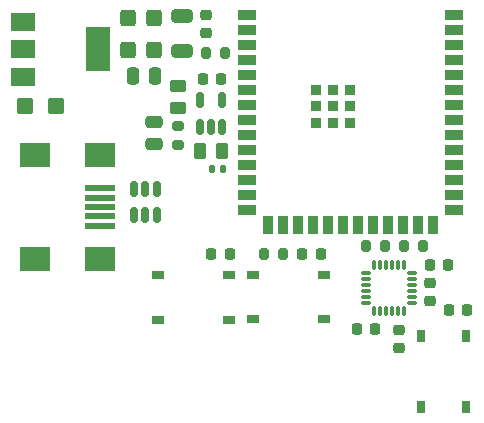
<source format=gbr>
%TF.GenerationSoftware,KiCad,Pcbnew,7.0.9*%
%TF.CreationDate,2023-12-19T02:47:06+01:00*%
%TF.ProjectId,biosensorbox,62696f73-656e-4736-9f72-626f782e6b69,rev?*%
%TF.SameCoordinates,Original*%
%TF.FileFunction,Paste,Top*%
%TF.FilePolarity,Positive*%
%FSLAX46Y46*%
G04 Gerber Fmt 4.6, Leading zero omitted, Abs format (unit mm)*
G04 Created by KiCad (PCBNEW 7.0.9) date 2023-12-19 02:47:06*
%MOMM*%
%LPD*%
G01*
G04 APERTURE LIST*
G04 Aperture macros list*
%AMRoundRect*
0 Rectangle with rounded corners*
0 $1 Rounding radius*
0 $2 $3 $4 $5 $6 $7 $8 $9 X,Y pos of 4 corners*
0 Add a 4 corners polygon primitive as box body*
4,1,4,$2,$3,$4,$5,$6,$7,$8,$9,$2,$3,0*
0 Add four circle primitives for the rounded corners*
1,1,$1+$1,$2,$3*
1,1,$1+$1,$4,$5*
1,1,$1+$1,$6,$7*
1,1,$1+$1,$8,$9*
0 Add four rect primitives between the rounded corners*
20,1,$1+$1,$2,$3,$4,$5,0*
20,1,$1+$1,$4,$5,$6,$7,0*
20,1,$1+$1,$6,$7,$8,$9,0*
20,1,$1+$1,$8,$9,$2,$3,0*%
G04 Aperture macros list end*
%ADD10RoundRect,0.225000X-0.250000X0.225000X-0.250000X-0.225000X0.250000X-0.225000X0.250000X0.225000X0*%
%ADD11RoundRect,0.140000X-0.140000X-0.170000X0.140000X-0.170000X0.140000X0.170000X-0.140000X0.170000X0*%
%ADD12RoundRect,0.225000X-0.225000X-0.250000X0.225000X-0.250000X0.225000X0.250000X-0.225000X0.250000X0*%
%ADD13RoundRect,0.200000X0.200000X0.275000X-0.200000X0.275000X-0.200000X-0.275000X0.200000X-0.275000X0*%
%ADD14RoundRect,0.250000X-0.650000X0.325000X-0.650000X-0.325000X0.650000X-0.325000X0.650000X0.325000X0*%
%ADD15RoundRect,0.200000X-0.200000X-0.275000X0.200000X-0.275000X0.200000X0.275000X-0.200000X0.275000X0*%
%ADD16RoundRect,0.250000X-0.475000X0.250000X-0.475000X-0.250000X0.475000X-0.250000X0.475000X0.250000X0*%
%ADD17RoundRect,0.150000X0.150000X-0.512500X0.150000X0.512500X-0.150000X0.512500X-0.150000X-0.512500X0*%
%ADD18R,2.000000X1.500000*%
%ADD19R,2.000000X3.800000*%
%ADD20R,2.500000X0.500000*%
%ADD21R,2.500000X2.000000*%
%ADD22RoundRect,0.250000X-0.450000X0.262500X-0.450000X-0.262500X0.450000X-0.262500X0.450000X0.262500X0*%
%ADD23RoundRect,0.075000X-0.350000X-0.075000X0.350000X-0.075000X0.350000X0.075000X-0.350000X0.075000X0*%
%ADD24RoundRect,0.075000X0.075000X-0.350000X0.075000X0.350000X-0.075000X0.350000X-0.075000X-0.350000X0*%
%ADD25R,1.000000X0.750000*%
%ADD26RoundRect,0.225000X0.225000X0.250000X-0.225000X0.250000X-0.225000X-0.250000X0.225000X-0.250000X0*%
%ADD27RoundRect,0.250000X-0.262500X-0.450000X0.262500X-0.450000X0.262500X0.450000X-0.262500X0.450000X0*%
%ADD28RoundRect,0.250000X-0.425000X0.450000X-0.425000X-0.450000X0.425000X-0.450000X0.425000X0.450000X0*%
%ADD29R,1.500000X0.900000*%
%ADD30R,0.900000X1.500000*%
%ADD31R,0.900000X0.900000*%
%ADD32RoundRect,0.200000X-0.275000X0.200000X-0.275000X-0.200000X0.275000X-0.200000X0.275000X0.200000X0*%
%ADD33RoundRect,0.250000X-0.250000X-0.475000X0.250000X-0.475000X0.250000X0.475000X-0.250000X0.475000X0*%
%ADD34RoundRect,0.250000X-0.450000X-0.425000X0.450000X-0.425000X0.450000X0.425000X-0.450000X0.425000X0*%
%ADD35RoundRect,0.225000X0.250000X-0.225000X0.250000X0.225000X-0.250000X0.225000X-0.250000X-0.225000X0*%
%ADD36R,0.750000X1.000000*%
G04 APERTURE END LIST*
D10*
%TO.C,C2*%
X138582400Y-64350600D03*
X138582400Y-65900600D03*
%TD*%
D11*
%TO.C,C9*%
X139070200Y-77419200D03*
X140030200Y-77419200D03*
%TD*%
D12*
%TO.C,C4*%
X159185000Y-89350000D03*
X160735000Y-89350000D03*
%TD*%
D13*
%TO.C,R13*%
X153795000Y-83930000D03*
X152145000Y-83930000D03*
%TD*%
D14*
%TO.C,C1*%
X136550400Y-64463400D03*
X136550400Y-67413400D03*
%TD*%
D15*
%TO.C,R12*%
X155333200Y-83930000D03*
X156983200Y-83930000D03*
%TD*%
D10*
%TO.C,C12*%
X154910000Y-90970000D03*
X154910000Y-92520000D03*
%TD*%
D15*
%TO.C,R3*%
X138570200Y-67564000D03*
X140220200Y-67564000D03*
%TD*%
D16*
%TO.C,C10*%
X134188200Y-73370400D03*
X134188200Y-75270400D03*
%TD*%
D17*
%TO.C,U3*%
X132527000Y-81313000D03*
X133477000Y-81313000D03*
X134427000Y-81313000D03*
X134427000Y-79038000D03*
X133477000Y-79038000D03*
X132527000Y-79038000D03*
%TD*%
D12*
%TO.C,C11*%
X157566200Y-85496000D03*
X159116200Y-85496000D03*
%TD*%
D18*
%TO.C,U2*%
X123139200Y-64959200D03*
X123139200Y-67259200D03*
D19*
X129439200Y-67259200D03*
D18*
X123139200Y-69559200D03*
%TD*%
D20*
%TO.C,J1*%
X129667000Y-79000000D03*
X129667000Y-79800000D03*
X129667000Y-80600000D03*
X129667000Y-81400000D03*
X129667000Y-82200000D03*
D21*
X129667000Y-76200000D03*
X124167000Y-76200000D03*
X129667000Y-85000000D03*
X124167000Y-85000000D03*
%TD*%
D17*
%TO.C,U4*%
X138079400Y-73801400D03*
X139029400Y-73801400D03*
X139979400Y-73801400D03*
X139979400Y-71526400D03*
X138079400Y-71526400D03*
%TD*%
D22*
%TO.C,R10*%
X136220200Y-70360800D03*
X136220200Y-72185800D03*
%TD*%
D12*
%TO.C,C5*%
X139052000Y-84582000D03*
X140602000Y-84582000D03*
%TD*%
D13*
%TO.C,R1*%
X145160000Y-84582000D03*
X143510000Y-84582000D03*
%TD*%
D23*
%TO.C,U5*%
X152138400Y-86194000D03*
X152138400Y-86694000D03*
X152138400Y-87194000D03*
X152138400Y-87694000D03*
X152138400Y-88194000D03*
X152138400Y-88694000D03*
D24*
X152838400Y-89394000D03*
X153338400Y-89394000D03*
X153838400Y-89394000D03*
X154338400Y-89394000D03*
X154838400Y-89394000D03*
X155338400Y-89394000D03*
D23*
X156038400Y-88694000D03*
X156038400Y-88194000D03*
X156038400Y-87694000D03*
X156038400Y-87194000D03*
X156038400Y-86694000D03*
X156038400Y-86194000D03*
D24*
X155338400Y-85494000D03*
X154838400Y-85494000D03*
X154338400Y-85494000D03*
X153838400Y-85494000D03*
X153338400Y-85494000D03*
X152838400Y-85494000D03*
%TD*%
D25*
%TO.C,SW3*%
X148590000Y-90110000D03*
X142590000Y-90110000D03*
X148590000Y-86360000D03*
X142590000Y-86360000D03*
%TD*%
D12*
%TO.C,C8*%
X138320400Y-69762800D03*
X139870400Y-69762800D03*
%TD*%
D25*
%TO.C,SW2*%
X140541000Y-90140000D03*
X134541000Y-90140000D03*
X140541000Y-86390000D03*
X134541000Y-86390000D03*
%TD*%
D26*
%TO.C,C16*%
X148309600Y-84582000D03*
X146759600Y-84582000D03*
%TD*%
D27*
%TO.C,R9*%
X138127100Y-75895200D03*
X139952100Y-75895200D03*
%TD*%
D28*
%TO.C,C7*%
X131978800Y-64566800D03*
X131978800Y-67266800D03*
%TD*%
%TO.C,C15*%
X134214000Y-64566800D03*
X134214000Y-67266800D03*
%TD*%
D29*
%TO.C,U1*%
X142105000Y-64340000D03*
X142105000Y-65610000D03*
X142105000Y-66880000D03*
X142105000Y-68150000D03*
X142105000Y-69420000D03*
X142105000Y-70690000D03*
X142105000Y-71960000D03*
X142105000Y-73230000D03*
X142105000Y-74500000D03*
X142105000Y-75770000D03*
X142105000Y-77040000D03*
X142105000Y-78310000D03*
X142105000Y-79580000D03*
X142105000Y-80850000D03*
D30*
X143870000Y-82100000D03*
X145140000Y-82100000D03*
X146410000Y-82100000D03*
X147680000Y-82100000D03*
X148950000Y-82100000D03*
X150220000Y-82100000D03*
X151490000Y-82100000D03*
X152760000Y-82100000D03*
X154030000Y-82100000D03*
X155300000Y-82100000D03*
X156570000Y-82100000D03*
X157840000Y-82100000D03*
D29*
X159605000Y-80850000D03*
X159605000Y-79580000D03*
X159605000Y-78310000D03*
X159605000Y-77040000D03*
X159605000Y-75770000D03*
X159605000Y-74500000D03*
X159605000Y-73230000D03*
X159605000Y-71960000D03*
X159605000Y-70690000D03*
X159605000Y-69420000D03*
X159605000Y-68150000D03*
X159605000Y-66880000D03*
X159605000Y-65610000D03*
X159605000Y-64340000D03*
D31*
X147955000Y-70660000D03*
X147955000Y-72060000D03*
X147955000Y-73460000D03*
X147955000Y-73460000D03*
X149355000Y-70660000D03*
X149355000Y-70660000D03*
X149355000Y-72060000D03*
X149355000Y-73460000D03*
X150755000Y-70660000D03*
X150755000Y-72060000D03*
X150755000Y-73460000D03*
%TD*%
D32*
%TO.C,R11*%
X136220200Y-73710800D03*
X136220200Y-75360800D03*
%TD*%
D33*
%TO.C,C3*%
X132400000Y-69545200D03*
X134300000Y-69545200D03*
%TD*%
D34*
%TO.C,C6*%
X123237000Y-72009000D03*
X125937000Y-72009000D03*
%TD*%
D35*
%TO.C,C13*%
X157591200Y-88546000D03*
X157591200Y-86996000D03*
%TD*%
D26*
%TO.C,C14*%
X152900000Y-90900000D03*
X151350000Y-90900000D03*
%TD*%
D36*
%TO.C,SW1*%
X156830000Y-97530000D03*
X156830000Y-91530000D03*
X160580000Y-97530000D03*
X160580000Y-91530000D03*
%TD*%
M02*

</source>
